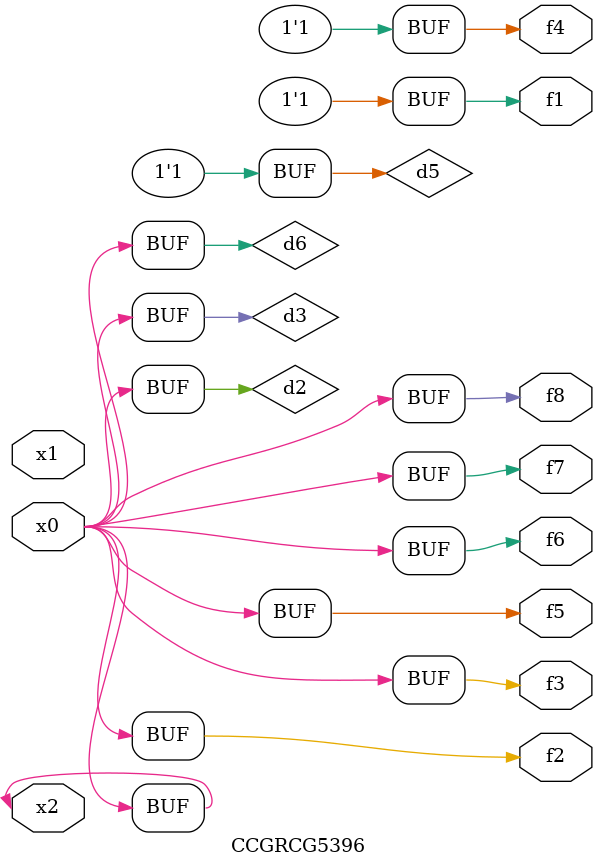
<source format=v>
module CCGRCG5396(
	input x0, x1, x2,
	output f1, f2, f3, f4, f5, f6, f7, f8
);

	wire d1, d2, d3, d4, d5, d6;

	xnor (d1, x2);
	buf (d2, x0, x2);
	and (d3, x0);
	xnor (d4, x1, x2);
	nand (d5, d1, d3);
	buf (d6, d2, d3);
	assign f1 = d5;
	assign f2 = d6;
	assign f3 = d6;
	assign f4 = d5;
	assign f5 = d6;
	assign f6 = d6;
	assign f7 = d6;
	assign f8 = d6;
endmodule

</source>
